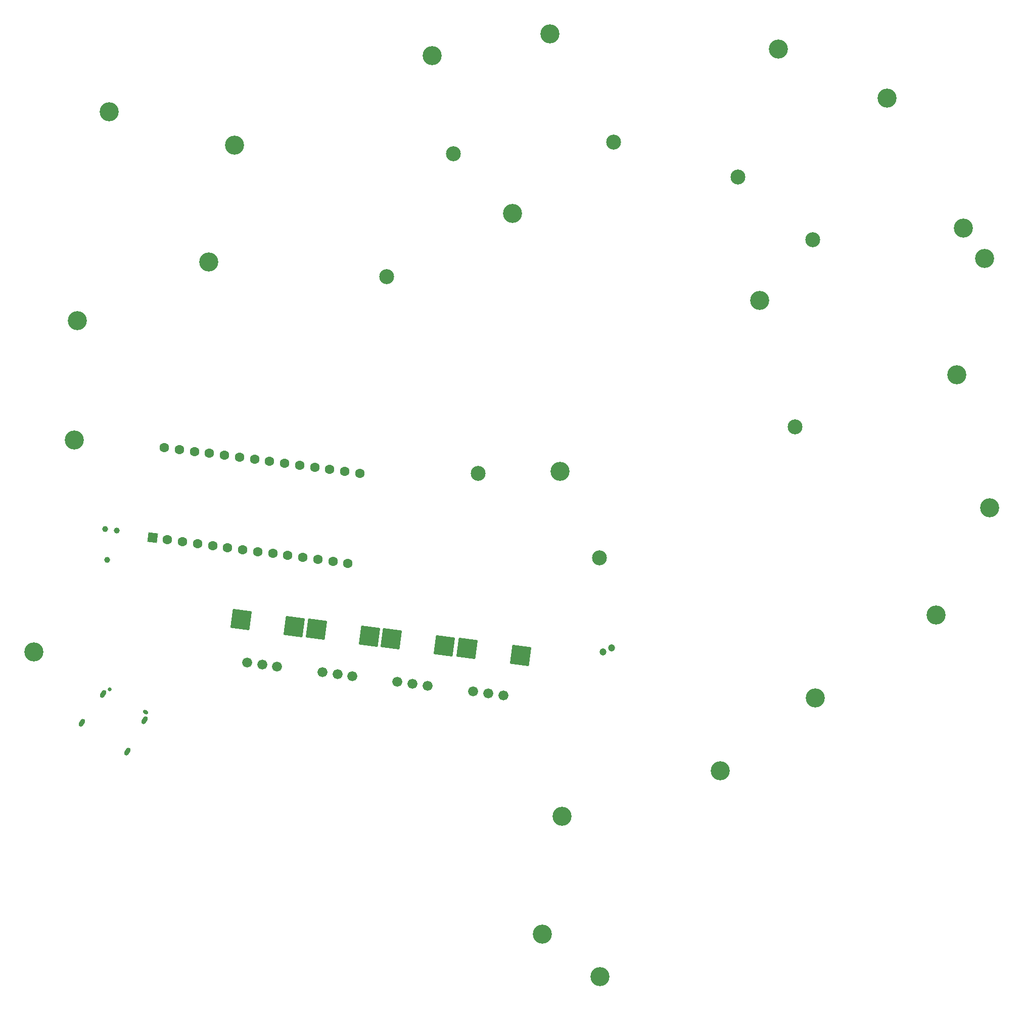
<source format=gbr>
%TF.GenerationSoftware,KiCad,Pcbnew,6.0.11-2627ca5db0~126~ubuntu22.04.1*%
%TF.CreationDate,2024-02-02T15:47:47+01:00*%
%TF.ProjectId,CrystalSequencer,43727973-7461-46c5-9365-7175656e6365,rev?*%
%TF.SameCoordinates,Original*%
%TF.FileFunction,Soldermask,Bot*%
%TF.FilePolarity,Negative*%
%FSLAX46Y46*%
G04 Gerber Fmt 4.6, Leading zero omitted, Abs format (unit mm)*
G04 Created by KiCad (PCBNEW 6.0.11-2627ca5db0~126~ubuntu22.04.1) date 2024-02-02 15:47:47*
%MOMM*%
%LPD*%
G01*
G04 APERTURE LIST*
G04 Aperture macros list*
%AMHorizOval*
0 Thick line with rounded ends*
0 $1 width*
0 $2 $3 position (X,Y) of the first rounded end (center of the circle)*
0 $4 $5 position (X,Y) of the second rounded end (center of the circle)*
0 Add line between two ends*
20,1,$1,$2,$3,$4,$5,0*
0 Add two circle primitives to create the rounded ends*
1,1,$1,$2,$3*
1,1,$1,$4,$5*%
%AMRotRect*
0 Rectangle, with rotation*
0 The origin of the aperture is its center*
0 $1 length*
0 $2 width*
0 $3 Rotation angle, in degrees counterclockwise*
0 Add horizontal line*
21,1,$1,$2,0,0,$3*%
G04 Aperture macros list end*
%ADD10C,3.200000*%
%ADD11C,2.500000*%
%ADD12C,1.200000*%
%ADD13RotRect,3.200000X3.200000X352.500000*%
%ADD14C,1.676400*%
%ADD15C,0.990600*%
%ADD16RotRect,1.600000X1.600000X82.500000*%
%ADD17HorizOval,1.600000X0.000000X0.000000X0.000000X0.000000X0*%
%ADD18C,0.650000*%
%ADD19HorizOval,0.650000X0.126509X-0.080595X-0.126509X0.080595X0*%
%ADD20HorizOval,0.800000X-0.161190X-0.253017X0.161190X0.253017X0*%
G04 APERTURE END LIST*
D10*
%TO.C,REF\u002A\u002A*%
X167831201Y-39799230D03*
X149588799Y-31600770D03*
%TD*%
%TO.C,REF\u002A\u002A*%
X91656023Y-32652355D03*
X111321121Y-29007645D03*
%TD*%
D11*
%TO.C,X7*%
X99309688Y-102578126D03*
%TD*%
D10*
%TO.C,H2*%
X180570287Y-61571430D03*
%TD*%
D12*
%TO.C,MK1*%
X120254512Y-132507098D03*
X121686407Y-131793182D03*
%TD*%
D13*
%TO.C,RV4*%
X97491223Y-131900241D03*
X106414227Y-133074977D03*
D14*
X98520772Y-139096187D03*
X101039042Y-139427723D03*
X103557312Y-139759260D03*
%TD*%
D11*
%TO.C,X1*%
X152407281Y-94798751D03*
%TD*%
%TO.C,X8*%
X119673159Y-116728732D03*
%TD*%
%TO.C,X2*%
X155349709Y-63497121D03*
%TD*%
D13*
%TO.C,RV1*%
X68509332Y-128295946D03*
X59586328Y-127121210D03*
D14*
X60615877Y-134317156D03*
X63134147Y-134648692D03*
X65652417Y-134980229D03*
%TD*%
D15*
%TO.C,J3*%
X36810867Y-111922880D03*
X38825483Y-112188110D03*
X37155101Y-117092035D03*
%TD*%
D10*
%TO.C,H7*%
X105078884Y-59128903D03*
%TD*%
D13*
%TO.C,RV3*%
X93692811Y-131472924D03*
X84769807Y-130298188D03*
D14*
X85799356Y-137494134D03*
X88317626Y-137825670D03*
X90835896Y-138157207D03*
%TD*%
D16*
%TO.C,U4*%
X44777043Y-113380121D03*
D17*
X47295313Y-113711658D03*
X49813583Y-114043194D03*
X52331853Y-114374731D03*
X54850123Y-114706267D03*
X57368393Y-115037804D03*
X59886663Y-115369340D03*
X62404933Y-115700877D03*
X64923203Y-116032413D03*
X67441473Y-116363950D03*
X69959742Y-116695486D03*
X72478012Y-117027023D03*
X74996282Y-117358559D03*
X77514552Y-117690096D03*
X79503771Y-102580476D03*
X76985502Y-102248940D03*
X74467232Y-101917403D03*
X71948962Y-101585867D03*
X69430692Y-101254330D03*
X66912422Y-100922794D03*
X64394152Y-100591257D03*
X61875882Y-100259720D03*
X59357612Y-99928184D03*
X56839342Y-99596647D03*
X54321072Y-99265111D03*
X51802802Y-98933574D03*
X49284532Y-98602038D03*
X46766262Y-98270501D03*
%TD*%
D10*
%TO.C,H3*%
X24912693Y-132463547D03*
%TD*%
%TO.C,H6*%
X113012669Y-102271690D03*
%TD*%
D11*
%TO.C,X5*%
X95144250Y-49086616D03*
%TD*%
%TO.C,X3*%
X142848568Y-53013651D03*
%TD*%
D10*
%TO.C,H1*%
X119745632Y-186820647D03*
%TD*%
%TO.C,REF\u002A\u002A*%
X139920000Y-152370000D03*
X155787066Y-140194772D03*
%TD*%
D11*
%TO.C,X6*%
X83985256Y-69668146D03*
%TD*%
D10*
%TO.C,H5*%
X146519107Y-73665682D03*
%TD*%
%TO.C,REF\u002A\u002A*%
X113396797Y-160017191D03*
X110095845Y-179742903D03*
%TD*%
D11*
%TO.C,X4*%
X121988206Y-47167241D03*
%TD*%
D10*
%TO.C,REF\u002A\u002A*%
X54219249Y-67232960D03*
X58548041Y-47707040D03*
%TD*%
%TO.C,REF\u002A\u002A*%
X179515970Y-86073699D03*
X184184878Y-66626301D03*
%TD*%
D18*
%TO.C,J2*%
X37582011Y-138737976D03*
D19*
X43654429Y-142606533D03*
D20*
X40536491Y-149157148D03*
X43429802Y-143945541D03*
X36463389Y-139507446D03*
X32962836Y-144332197D03*
%TD*%
D13*
%TO.C,RV2*%
X81141306Y-129897897D03*
X72218302Y-128723161D03*
D14*
X73247851Y-135919107D03*
X75766121Y-136250643D03*
X78284391Y-136582180D03*
%TD*%
D10*
%TO.C,REF\u002A\u002A*%
X184968923Y-108411946D03*
X176044967Y-126310634D03*
%TD*%
%TO.C,REF\u002A\u002A*%
X32158157Y-77063427D03*
X31634619Y-97056573D03*
%TD*%
%TO.C,H4*%
X37551020Y-42111773D03*
%TD*%
M02*

</source>
